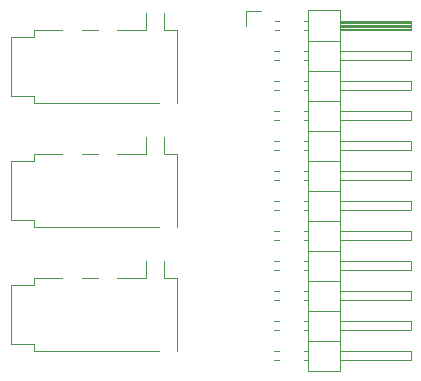
<source format=gbr>
%TF.GenerationSoftware,KiCad,Pcbnew,8.0.3-8.0.3-0~ubuntu23.10.1*%
%TF.CreationDate,2024-08-04T16:00:46-04:00*%
%TF.ProjectId,BandPassFilter,42616e64-5061-4737-9346-696c7465722e,rev?*%
%TF.SameCoordinates,Original*%
%TF.FileFunction,Legend,Top*%
%TF.FilePolarity,Positive*%
%FSLAX46Y46*%
G04 Gerber Fmt 4.6, Leading zero omitted, Abs format (unit mm)*
G04 Created by KiCad (PCBNEW 8.0.3-8.0.3-0~ubuntu23.10.1) date 2024-08-04 16:00:46*
%MOMM*%
%LPD*%
G01*
G04 APERTURE LIST*
%ADD10C,0.120000*%
%ADD11C,1.500000*%
%ADD12R,1.200000X2.500000*%
%ADD13R,1.700000X1.700000*%
%ADD14O,1.700000X1.700000*%
G04 APERTURE END LIST*
D10*
%TO.C,J4*%
X121625000Y-148000000D02*
X121625000Y-153000000D01*
X123625000Y-147400000D02*
X123625000Y-148000000D01*
X123625000Y-147400000D02*
X126000000Y-147400000D01*
X123625000Y-148000000D02*
X121625000Y-148000000D01*
X123625000Y-153000000D02*
X121625000Y-153000000D01*
X123625000Y-153000000D02*
X123625000Y-153600000D01*
X127650000Y-147400000D02*
X129000000Y-147400000D01*
X130650000Y-147400000D02*
X133050000Y-147400000D01*
X133050000Y-147400000D02*
X133050000Y-146000000D01*
X134150000Y-153600000D02*
X123625000Y-153600000D01*
X134600000Y-147400000D02*
X134600000Y-146000000D01*
X134600000Y-147400000D02*
X135725000Y-147400000D01*
X135725000Y-153600000D02*
X135725000Y-147400000D01*
%TO.C,J2*%
X121625000Y-127000000D02*
X121625000Y-132000000D01*
X123625000Y-126400000D02*
X123625000Y-127000000D01*
X123625000Y-126400000D02*
X126000000Y-126400000D01*
X123625000Y-127000000D02*
X121625000Y-127000000D01*
X123625000Y-132000000D02*
X121625000Y-132000000D01*
X123625000Y-132000000D02*
X123625000Y-132600000D01*
X127650000Y-126400000D02*
X129000000Y-126400000D01*
X130650000Y-126400000D02*
X133050000Y-126400000D01*
X133050000Y-126400000D02*
X133050000Y-125000000D01*
X134150000Y-132600000D02*
X123625000Y-132600000D01*
X134600000Y-126400000D02*
X134600000Y-125000000D01*
X134600000Y-126400000D02*
X135725000Y-126400000D01*
X135725000Y-132600000D02*
X135725000Y-126400000D01*
%TO.C,J3*%
X135725000Y-143100000D02*
X135725000Y-136900000D01*
X134600000Y-136900000D02*
X135725000Y-136900000D01*
X134600000Y-136900000D02*
X134600000Y-135500000D01*
X134150000Y-143100000D02*
X123625000Y-143100000D01*
X133050000Y-136900000D02*
X133050000Y-135500000D01*
X130650000Y-136900000D02*
X133050000Y-136900000D01*
X127650000Y-136900000D02*
X129000000Y-136900000D01*
X123625000Y-142500000D02*
X123625000Y-143100000D01*
X123625000Y-142500000D02*
X121625000Y-142500000D01*
X123625000Y-137500000D02*
X121625000Y-137500000D01*
X123625000Y-136900000D02*
X126000000Y-136900000D01*
X123625000Y-136900000D02*
X123625000Y-137500000D01*
X121625000Y-137500000D02*
X121625000Y-142500000D01*
%TO.C,J1*%
X141580000Y-124755000D02*
X142850000Y-124755000D01*
X141580000Y-126025000D02*
X141580000Y-124755000D01*
X143892929Y-128185000D02*
X144347071Y-128185000D01*
X143892929Y-128945000D02*
X144347071Y-128945000D01*
X143892929Y-130725000D02*
X144347071Y-130725000D01*
X143892929Y-131485000D02*
X144347071Y-131485000D01*
X143892929Y-133265000D02*
X144347071Y-133265000D01*
X143892929Y-134025000D02*
X144347071Y-134025000D01*
X143892929Y-135805000D02*
X144347071Y-135805000D01*
X143892929Y-136565000D02*
X144347071Y-136565000D01*
X143892929Y-138345000D02*
X144347071Y-138345000D01*
X143892929Y-139105000D02*
X144347071Y-139105000D01*
X143892929Y-140885000D02*
X144347071Y-140885000D01*
X143892929Y-141645000D02*
X144347071Y-141645000D01*
X143892929Y-143425000D02*
X144347071Y-143425000D01*
X143892929Y-144185000D02*
X144347071Y-144185000D01*
X143892929Y-145965000D02*
X144347071Y-145965000D01*
X143892929Y-146725000D02*
X144347071Y-146725000D01*
X143892929Y-148505000D02*
X144347071Y-148505000D01*
X143892929Y-149265000D02*
X144347071Y-149265000D01*
X143892929Y-151045000D02*
X144347071Y-151045000D01*
X143892929Y-151805000D02*
X144347071Y-151805000D01*
X143892929Y-153585000D02*
X144347071Y-153585000D01*
X143892929Y-154345000D02*
X144347071Y-154345000D01*
X143960000Y-125645000D02*
X144347071Y-125645000D01*
X143960000Y-126405000D02*
X144347071Y-126405000D01*
X146432929Y-125645000D02*
X146830000Y-125645000D01*
X146432929Y-126405000D02*
X146830000Y-126405000D01*
X146432929Y-128185000D02*
X146830000Y-128185000D01*
X146432929Y-128945000D02*
X146830000Y-128945000D01*
X146432929Y-130725000D02*
X146830000Y-130725000D01*
X146432929Y-131485000D02*
X146830000Y-131485000D01*
X146432929Y-133265000D02*
X146830000Y-133265000D01*
X146432929Y-134025000D02*
X146830000Y-134025000D01*
X146432929Y-135805000D02*
X146830000Y-135805000D01*
X146432929Y-136565000D02*
X146830000Y-136565000D01*
X146432929Y-138345000D02*
X146830000Y-138345000D01*
X146432929Y-139105000D02*
X146830000Y-139105000D01*
X146432929Y-140885000D02*
X146830000Y-140885000D01*
X146432929Y-141645000D02*
X146830000Y-141645000D01*
X146432929Y-143425000D02*
X146830000Y-143425000D01*
X146432929Y-144185000D02*
X146830000Y-144185000D01*
X146432929Y-145965000D02*
X146830000Y-145965000D01*
X146432929Y-146725000D02*
X146830000Y-146725000D01*
X146432929Y-148505000D02*
X146830000Y-148505000D01*
X146432929Y-149265000D02*
X146830000Y-149265000D01*
X146432929Y-151045000D02*
X146830000Y-151045000D01*
X146432929Y-151805000D02*
X146830000Y-151805000D01*
X146432929Y-153585000D02*
X146830000Y-153585000D01*
X146432929Y-154345000D02*
X146830000Y-154345000D01*
X146830000Y-124695000D02*
X146830000Y-155295000D01*
X146830000Y-127295000D02*
X149490000Y-127295000D01*
X146830000Y-129835000D02*
X149490000Y-129835000D01*
X146830000Y-132375000D02*
X149490000Y-132375000D01*
X146830000Y-134915000D02*
X149490000Y-134915000D01*
X146830000Y-137455000D02*
X149490000Y-137455000D01*
X146830000Y-139995000D02*
X149490000Y-139995000D01*
X146830000Y-142535000D02*
X149490000Y-142535000D01*
X146830000Y-145075000D02*
X149490000Y-145075000D01*
X146830000Y-147615000D02*
X149490000Y-147615000D01*
X146830000Y-150155000D02*
X149490000Y-150155000D01*
X146830000Y-152695000D02*
X149490000Y-152695000D01*
X146830000Y-155295000D02*
X149490000Y-155295000D01*
X149490000Y-124695000D02*
X146830000Y-124695000D01*
X149490000Y-125645000D02*
X155490000Y-125645000D01*
X149490000Y-125705000D02*
X155490000Y-125705000D01*
X149490000Y-125825000D02*
X155490000Y-125825000D01*
X149490000Y-125945000D02*
X155490000Y-125945000D01*
X149490000Y-126065000D02*
X155490000Y-126065000D01*
X149490000Y-126185000D02*
X155490000Y-126185000D01*
X149490000Y-126305000D02*
X155490000Y-126305000D01*
X149490000Y-128185000D02*
X155490000Y-128185000D01*
X149490000Y-130725000D02*
X155490000Y-130725000D01*
X149490000Y-133265000D02*
X155490000Y-133265000D01*
X149490000Y-135805000D02*
X155490000Y-135805000D01*
X149490000Y-138345000D02*
X155490000Y-138345000D01*
X149490000Y-140885000D02*
X155490000Y-140885000D01*
X149490000Y-143425000D02*
X155490000Y-143425000D01*
X149490000Y-145965000D02*
X155490000Y-145965000D01*
X149490000Y-148505000D02*
X155490000Y-148505000D01*
X149490000Y-151045000D02*
X155490000Y-151045000D01*
X149490000Y-153585000D02*
X155490000Y-153585000D01*
X149490000Y-155295000D02*
X149490000Y-124695000D01*
X155490000Y-125645000D02*
X155490000Y-126405000D01*
X155490000Y-126405000D02*
X149490000Y-126405000D01*
X155490000Y-128185000D02*
X155490000Y-128945000D01*
X155490000Y-128945000D02*
X149490000Y-128945000D01*
X155490000Y-130725000D02*
X155490000Y-131485000D01*
X155490000Y-131485000D02*
X149490000Y-131485000D01*
X155490000Y-133265000D02*
X155490000Y-134025000D01*
X155490000Y-134025000D02*
X149490000Y-134025000D01*
X155490000Y-135805000D02*
X155490000Y-136565000D01*
X155490000Y-136565000D02*
X149490000Y-136565000D01*
X155490000Y-138345000D02*
X155490000Y-139105000D01*
X155490000Y-139105000D02*
X149490000Y-139105000D01*
X155490000Y-140885000D02*
X155490000Y-141645000D01*
X155490000Y-141645000D02*
X149490000Y-141645000D01*
X155490000Y-143425000D02*
X155490000Y-144185000D01*
X155490000Y-144185000D02*
X149490000Y-144185000D01*
X155490000Y-145965000D02*
X155490000Y-146725000D01*
X155490000Y-146725000D02*
X149490000Y-146725000D01*
X155490000Y-148505000D02*
X155490000Y-149265000D01*
X155490000Y-149265000D02*
X149490000Y-149265000D01*
X155490000Y-151045000D02*
X155490000Y-151805000D01*
X155490000Y-151805000D02*
X149490000Y-151805000D01*
X155490000Y-153585000D02*
X155490000Y-154345000D01*
X155490000Y-154345000D02*
X149490000Y-154345000D01*
%TD*%
%LPC*%
D11*
%TO.C,J4*%
X125225000Y-150500000D03*
X132225000Y-150500000D03*
D12*
X129825000Y-147250000D03*
X126825000Y-147250000D03*
X134925000Y-153750000D03*
X133825000Y-147250000D03*
%TD*%
D11*
%TO.C,J2*%
X125225000Y-129500000D03*
X132225000Y-129500000D03*
D12*
X129825000Y-126250000D03*
X126825000Y-126250000D03*
X134925000Y-132750000D03*
X133825000Y-126250000D03*
%TD*%
%TO.C,J3*%
X133825000Y-136750000D03*
X134925000Y-143250000D03*
X126825000Y-136750000D03*
X129825000Y-136750000D03*
D11*
X132225000Y-140000000D03*
X125225000Y-140000000D03*
%TD*%
D13*
%TO.C,J1*%
X142850000Y-126025000D03*
D14*
X145390000Y-126025000D03*
X142850000Y-128565000D03*
X145390000Y-128565000D03*
X142850000Y-131105000D03*
X145390000Y-131105000D03*
X142850000Y-133645000D03*
X145390000Y-133645000D03*
X142850000Y-136185000D03*
X145390000Y-136185000D03*
X142850000Y-138725000D03*
X145390000Y-138725000D03*
X142850000Y-141265000D03*
X145390000Y-141265000D03*
X142850000Y-143805000D03*
X145390000Y-143805000D03*
X142850000Y-146345000D03*
X145390000Y-146345000D03*
X142850000Y-148885000D03*
X145390000Y-148885000D03*
X142850000Y-151425000D03*
X145390000Y-151425000D03*
X142850000Y-153965000D03*
X145390000Y-153965000D03*
%TD*%
%LPD*%
M02*

</source>
